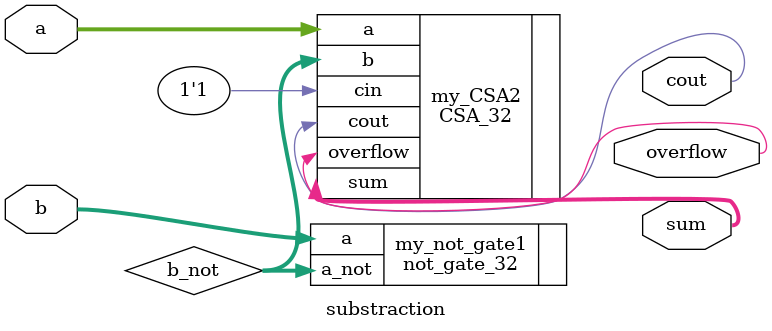
<source format=v>
/* This is the subtraction module which utilizes the 2's complement concept to perform the computation
The formulae :- a + (-b)  that is a + (not b) + 1. Unlike the addition we first invert the b bits utilizing the not gate module
and set the c-input signal to 1 and the computation is sent to the CSA -32 bits.
*/


module substraction(a, b, sum, cout, overflow);

	input [31:0] a, b;
   output [31:0] sum;
   output cout, overflow;
   
	wire [31:0] b_not;
	wire w1, w2, w3;
   
	not_gate_32 my_not_gate1(.a(b[31:0]), .a_not(b_not[31:0]));
   CSA_32 my_CSA2(.a(a[31:0]), .b(b_not[31:0]), .cin(1'b1), .sum(sum[31:0]), .cout(cout), .overflow(overflow));
	

	
endmodule

</source>
